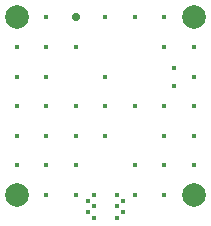
<source format=gbr>
%TF.GenerationSoftware,KiCad,Pcbnew,6.0.9+dfsg-1~bpo11+1*%
%TF.CreationDate,2022-11-28T20:30:39+01:00*%
%TF.ProjectId,018-crystal-oscillator,3031382d-6372-4797-9374-616c2d6f7363,1*%
%TF.SameCoordinates,Original*%
%TF.FileFunction,Plated,1,2,PTH,Drill*%
%TF.FilePolarity,Positive*%
%FSLAX46Y46*%
G04 Gerber Fmt 4.6, Leading zero omitted, Abs format (unit mm)*
G04 Created by KiCad (PCBNEW 6.0.9+dfsg-1~bpo11+1) date 2022-11-28 20:30:39*
%MOMM*%
%LPD*%
G01*
G04 APERTURE LIST*
%TA.AperFunction,ViaDrill*%
%ADD10C,0.400000*%
%TD*%
%TA.AperFunction,ComponentDrill*%
%ADD11C,0.400000*%
%TD*%
%TA.AperFunction,ComponentDrill*%
%ADD12C,0.700000*%
%TD*%
%TA.AperFunction,ComponentDrill*%
%ADD13C,2.000000*%
%TD*%
G04 APERTURE END LIST*
D10*
X152500000Y-80000000D03*
X152500000Y-82500000D03*
X152500000Y-85000000D03*
X152500000Y-87500000D03*
X152500000Y-90000000D03*
X155000000Y-77500000D03*
X155000000Y-80000000D03*
X155000000Y-82500000D03*
X155000000Y-85000000D03*
X155000000Y-87500000D03*
X155000000Y-90000000D03*
X155000000Y-92500000D03*
X157500000Y-80000000D03*
X157500000Y-85000000D03*
X157500000Y-87500000D03*
X157500000Y-90000000D03*
X157500000Y-92500000D03*
X160000000Y-77500000D03*
X160000000Y-82500000D03*
X160000000Y-85000000D03*
X160000000Y-87500000D03*
X162500000Y-77500000D03*
X162500000Y-85000000D03*
X162500000Y-90000000D03*
X162500000Y-92500000D03*
X165000000Y-77500000D03*
X165000000Y-80000000D03*
X165000000Y-85000000D03*
X165000000Y-87500000D03*
X165000000Y-90000000D03*
X165000000Y-92500000D03*
X165785800Y-81737200D03*
X165785800Y-83261200D03*
X167500000Y-80000000D03*
X167500000Y-82500000D03*
X167500000Y-85000000D03*
X167500000Y-87500000D03*
X167500000Y-90000000D03*
D11*
%TO.C,J1*%
X158500000Y-93000000D03*
X158500000Y-94000000D03*
X159000000Y-92500000D03*
X159000000Y-93500000D03*
X159000000Y-94500000D03*
X161000000Y-92500000D03*
X161000000Y-93500000D03*
X161000000Y-94500000D03*
X161500000Y-93000000D03*
X161500000Y-94000000D03*
D12*
%TO.C,J4*%
X157500000Y-77500000D03*
D13*
%TO.C,H1*%
X152500000Y-77500000D03*
%TO.C,H2*%
X152500000Y-92500000D03*
%TO.C,H4*%
X167500000Y-77500000D03*
%TO.C,H3*%
X167500000Y-92500000D03*
M02*

</source>
